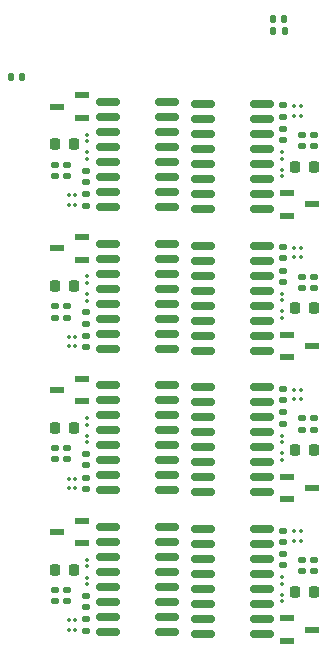
<source format=gbr>
%TF.GenerationSoftware,KiCad,Pcbnew,7.0.2-6a45011f42~172~ubuntu22.04.1*%
%TF.CreationDate,2023-05-07T19:32:11+01:00*%
%TF.ProjectId,octoHX711,6f63746f-4858-4373-9131-2e6b69636164,rev?*%
%TF.SameCoordinates,Original*%
%TF.FileFunction,Paste,Top*%
%TF.FilePolarity,Positive*%
%FSLAX46Y46*%
G04 Gerber Fmt 4.6, Leading zero omitted, Abs format (unit mm)*
G04 Created by KiCad (PCBNEW 7.0.2-6a45011f42~172~ubuntu22.04.1) date 2023-05-07 19:32:11*
%MOMM*%
%LPD*%
G01*
G04 APERTURE LIST*
G04 Aperture macros list*
%AMRoundRect*
0 Rectangle with rounded corners*
0 $1 Rounding radius*
0 $2 $3 $4 $5 $6 $7 $8 $9 X,Y pos of 4 corners*
0 Add a 4 corners polygon primitive as box body*
4,1,4,$2,$3,$4,$5,$6,$7,$8,$9,$2,$3,0*
0 Add four circle primitives for the rounded corners*
1,1,$1+$1,$2,$3*
1,1,$1+$1,$4,$5*
1,1,$1+$1,$6,$7*
1,1,$1+$1,$8,$9*
0 Add four rect primitives between the rounded corners*
20,1,$1+$1,$2,$3,$4,$5,0*
20,1,$1+$1,$4,$5,$6,$7,0*
20,1,$1+$1,$6,$7,$8,$9,0*
20,1,$1+$1,$8,$9,$2,$3,0*%
G04 Aperture macros list end*
%ADD10RoundRect,0.067500X-0.067500X-0.067500X0.067500X-0.067500X0.067500X0.067500X-0.067500X0.067500X0*%
%ADD11RoundRect,0.067500X0.067500X-0.067500X0.067500X0.067500X-0.067500X0.067500X-0.067500X-0.067500X0*%
%ADD12R,1.300000X0.600000*%
%ADD13RoundRect,0.218750X0.218750X0.256250X-0.218750X0.256250X-0.218750X-0.256250X0.218750X-0.256250X0*%
%ADD14RoundRect,0.150000X0.850000X0.150000X-0.850000X0.150000X-0.850000X-0.150000X0.850000X-0.150000X0*%
%ADD15RoundRect,0.140000X-0.170000X0.140000X-0.170000X-0.140000X0.170000X-0.140000X0.170000X0.140000X0*%
%ADD16RoundRect,0.067500X-0.067500X0.067500X-0.067500X-0.067500X0.067500X-0.067500X0.067500X0.067500X0*%
%ADD17RoundRect,0.218750X-0.218750X-0.256250X0.218750X-0.256250X0.218750X0.256250X-0.218750X0.256250X0*%
%ADD18RoundRect,0.140000X0.170000X-0.140000X0.170000X0.140000X-0.170000X0.140000X-0.170000X-0.140000X0*%
%ADD19RoundRect,0.150000X-0.850000X-0.150000X0.850000X-0.150000X0.850000X0.150000X-0.850000X0.150000X0*%
%ADD20RoundRect,0.067500X0.067500X0.067500X-0.067500X0.067500X-0.067500X-0.067500X0.067500X-0.067500X0*%
%ADD21RoundRect,0.140000X-0.140000X-0.170000X0.140000X-0.170000X0.140000X0.170000X-0.140000X0.170000X0*%
G04 APERTURE END LIST*
D10*
%TO.C,R7*%
X131090000Y-94165000D03*
X131640000Y-94165000D03*
%TD*%
D11*
%TO.C,R17*%
X149165000Y-115765000D03*
X149165000Y-115215000D03*
%TD*%
%TO.C,R30*%
X149165000Y-78265001D03*
X149165000Y-77715001D03*
%TD*%
D12*
%TO.C,Q8*%
X149614999Y-81190000D03*
X149614999Y-83090000D03*
X151714999Y-82140000D03*
%TD*%
D13*
%TO.C,L5*%
X151852500Y-114940000D03*
X150277500Y-114940000D03*
%TD*%
D14*
%TO.C,U5*%
X147435000Y-118535000D03*
X147435000Y-117265000D03*
X147435000Y-115995000D03*
X147435000Y-114725000D03*
X147435000Y-113455000D03*
X147435000Y-112185000D03*
X147435000Y-110915000D03*
X147435000Y-109645000D03*
X142435000Y-109645000D03*
X142435000Y-110915000D03*
X142435000Y-112185000D03*
X142435000Y-113455000D03*
X142435000Y-114725000D03*
X142435000Y-115995000D03*
X142435000Y-117265000D03*
X142435000Y-118535000D03*
%TD*%
D15*
%TO.C,C14*%
X129965000Y-114785000D03*
X129965000Y-115745000D03*
%TD*%
D12*
%TO.C,Q1*%
X132215000Y-74815000D03*
X132215000Y-72915000D03*
X130115000Y-73865000D03*
%TD*%
D11*
%TO.C,R22*%
X149165000Y-102265001D03*
X149165000Y-101715001D03*
%TD*%
D16*
%TO.C,R1*%
X132665000Y-76240000D03*
X132665000Y-76790000D03*
%TD*%
D17*
%TO.C,L2*%
X129977500Y-89065000D03*
X131552500Y-89065000D03*
%TD*%
D12*
%TO.C,Q7*%
X149614999Y-93190000D03*
X149614999Y-95090000D03*
X151714999Y-94140000D03*
%TD*%
D18*
%TO.C,C8*%
X132565000Y-92245000D03*
X132565000Y-91285000D03*
%TD*%
D15*
%TO.C,C2*%
X129965000Y-78785000D03*
X129965000Y-79745000D03*
%TD*%
D14*
%TO.C,U7*%
X147435000Y-94535000D03*
X147435000Y-93265000D03*
X147435000Y-91995000D03*
X147435000Y-90725000D03*
X147435000Y-89455000D03*
X147435000Y-88185000D03*
X147435000Y-86915000D03*
X147435000Y-85645000D03*
X142435000Y-85645000D03*
X142435000Y-86915000D03*
X142435000Y-88185000D03*
X142435000Y-89455000D03*
X142435000Y-90725000D03*
X142435000Y-91995000D03*
X142435000Y-93265000D03*
X142435000Y-94535000D03*
%TD*%
D16*
%TO.C,R9*%
X132665000Y-100240000D03*
X132665000Y-100790000D03*
%TD*%
D18*
%TO.C,C12*%
X132565000Y-104245000D03*
X132565000Y-103285000D03*
%TD*%
%TO.C,C15*%
X132565000Y-118245000D03*
X132565000Y-117285000D03*
%TD*%
D16*
%TO.C,R13*%
X132665000Y-112240000D03*
X132665000Y-112790000D03*
%TD*%
D10*
%TO.C,R12*%
X131090000Y-105365000D03*
X131640000Y-105365000D03*
%TD*%
D15*
%TO.C,C31*%
X149265000Y-73760001D03*
X149265000Y-74720001D03*
%TD*%
%TO.C,C5*%
X130965000Y-90785000D03*
X130965000Y-91745000D03*
%TD*%
D16*
%TO.C,R14*%
X132665000Y-113740000D03*
X132665000Y-114290000D03*
%TD*%
D11*
%TO.C,R25*%
X149165000Y-91765000D03*
X149165000Y-91215000D03*
%TD*%
D18*
%TO.C,C11*%
X132565000Y-106245000D03*
X132565000Y-105285000D03*
%TD*%
D10*
%TO.C,R11*%
X131090000Y-106165000D03*
X131640000Y-106165000D03*
%TD*%
D19*
%TO.C,U3*%
X134395000Y-97470000D03*
X134395000Y-98740000D03*
X134395000Y-100010000D03*
X134395000Y-101280000D03*
X134395000Y-102550000D03*
X134395000Y-103820000D03*
X134395000Y-105090000D03*
X134395000Y-106360000D03*
X139395000Y-106360000D03*
X139395000Y-105090000D03*
X139395000Y-103820000D03*
X139395000Y-102550000D03*
X139395000Y-101280000D03*
X139395000Y-100010000D03*
X139395000Y-98740000D03*
X139395000Y-97470000D03*
%TD*%
%TO.C,U4*%
X134395000Y-109470000D03*
X134395000Y-110740000D03*
X134395000Y-112010000D03*
X134395000Y-113280000D03*
X134395000Y-114550000D03*
X134395000Y-115820000D03*
X134395000Y-117090000D03*
X134395000Y-118360000D03*
X139395000Y-118360000D03*
X139395000Y-117090000D03*
X139395000Y-115820000D03*
X139395000Y-114550000D03*
X139395000Y-113280000D03*
X139395000Y-112010000D03*
X139395000Y-110740000D03*
X139395000Y-109470000D03*
%TD*%
D20*
%TO.C,R24*%
X150740000Y-98640001D03*
X150190000Y-98640001D03*
%TD*%
D18*
%TO.C,C18*%
X151865000Y-113220001D03*
X151865000Y-112260001D03*
%TD*%
D15*
%TO.C,C32*%
X149265000Y-75760001D03*
X149265000Y-76720001D03*
%TD*%
D18*
%TO.C,C25*%
X150865000Y-89220001D03*
X150865000Y-88260001D03*
%TD*%
D16*
%TO.C,R5*%
X132665000Y-88240000D03*
X132665000Y-88790000D03*
%TD*%
D18*
%TO.C,C29*%
X150865000Y-77220001D03*
X150865000Y-76260001D03*
%TD*%
%TO.C,C4*%
X132565000Y-80245000D03*
X132565000Y-79285000D03*
%TD*%
D13*
%TO.C,L7*%
X151852500Y-90940000D03*
X150277500Y-90940000D03*
%TD*%
D18*
%TO.C,C21*%
X150865000Y-101220001D03*
X150865000Y-100260001D03*
%TD*%
D15*
%TO.C,C6*%
X129965000Y-90785000D03*
X129965000Y-91745000D03*
%TD*%
D12*
%TO.C,Q2*%
X132215000Y-86815000D03*
X132215000Y-84915000D03*
X130115000Y-85865000D03*
%TD*%
D20*
%TO.C,R32*%
X150740000Y-74640001D03*
X150190000Y-74640001D03*
%TD*%
D11*
%TO.C,R29*%
X149165000Y-79765000D03*
X149165000Y-79215000D03*
%TD*%
D10*
%TO.C,R3*%
X131090000Y-82165000D03*
X131640000Y-82165000D03*
%TD*%
D19*
%TO.C,U2*%
X134395000Y-85470000D03*
X134395000Y-86740000D03*
X134395000Y-88010000D03*
X134395000Y-89280000D03*
X134395000Y-90550000D03*
X134395000Y-91820000D03*
X134395000Y-93090000D03*
X134395000Y-94360000D03*
X139395000Y-94360000D03*
X139395000Y-93090000D03*
X139395000Y-91820000D03*
X139395000Y-90550000D03*
X139395000Y-89280000D03*
X139395000Y-88010000D03*
X139395000Y-86740000D03*
X139395000Y-85470000D03*
%TD*%
D16*
%TO.C,R6*%
X132665000Y-89740000D03*
X132665000Y-90290000D03*
%TD*%
D14*
%TO.C,U8*%
X147435000Y-82535000D03*
X147435000Y-81265000D03*
X147435000Y-79995000D03*
X147435000Y-78725000D03*
X147435000Y-77455000D03*
X147435000Y-76185000D03*
X147435000Y-74915000D03*
X147435000Y-73645000D03*
X142435000Y-73645000D03*
X142435000Y-74915000D03*
X142435000Y-76185000D03*
X142435000Y-77455000D03*
X142435000Y-78725000D03*
X142435000Y-79995000D03*
X142435000Y-81265000D03*
X142435000Y-82535000D03*
%TD*%
D15*
%TO.C,C27*%
X149265000Y-85760001D03*
X149265000Y-86720001D03*
%TD*%
D14*
%TO.C,U6*%
X147435000Y-106535000D03*
X147435000Y-105265000D03*
X147435000Y-103995000D03*
X147435000Y-102725000D03*
X147435000Y-101455000D03*
X147435000Y-100185000D03*
X147435000Y-98915000D03*
X147435000Y-97645000D03*
X142435000Y-97645000D03*
X142435000Y-98915000D03*
X142435000Y-100185000D03*
X142435000Y-101455000D03*
X142435000Y-102725000D03*
X142435000Y-103995000D03*
X142435000Y-105265000D03*
X142435000Y-106535000D03*
%TD*%
D11*
%TO.C,R21*%
X149165000Y-103765000D03*
X149165000Y-103215000D03*
%TD*%
D21*
%TO.C,C34*%
X148395000Y-66455000D03*
X149355000Y-66455000D03*
%TD*%
D16*
%TO.C,R10*%
X132665000Y-101740000D03*
X132665000Y-102290000D03*
%TD*%
D18*
%TO.C,C17*%
X150865000Y-113220001D03*
X150865000Y-112260001D03*
%TD*%
D20*
%TO.C,R19*%
X150740000Y-109840001D03*
X150190000Y-109840001D03*
%TD*%
D12*
%TO.C,Q4*%
X132215000Y-110815000D03*
X132215000Y-108915000D03*
X130115000Y-109865000D03*
%TD*%
D20*
%TO.C,R20*%
X150740000Y-110640001D03*
X150190000Y-110640001D03*
%TD*%
D13*
%TO.C,L8*%
X151852500Y-78940000D03*
X150277500Y-78940000D03*
%TD*%
D20*
%TO.C,R28*%
X150740000Y-86640001D03*
X150190000Y-86640001D03*
%TD*%
%TO.C,R23*%
X150740000Y-97840001D03*
X150190000Y-97840001D03*
%TD*%
D18*
%TO.C,C16*%
X132565000Y-116245000D03*
X132565000Y-115285000D03*
%TD*%
D12*
%TO.C,Q5*%
X149614999Y-117190000D03*
X149614999Y-119090000D03*
X151714999Y-118140000D03*
%TD*%
D18*
%TO.C,C30*%
X151865000Y-77220001D03*
X151865000Y-76260001D03*
%TD*%
D13*
%TO.C,L6*%
X151852500Y-102940000D03*
X150277500Y-102940000D03*
%TD*%
D15*
%TO.C,C23*%
X149265000Y-97760001D03*
X149265000Y-98720001D03*
%TD*%
%TO.C,C28*%
X149265000Y-87760001D03*
X149265000Y-88720001D03*
%TD*%
D18*
%TO.C,C26*%
X151865000Y-89220001D03*
X151865000Y-88260001D03*
%TD*%
D17*
%TO.C,L4*%
X129977500Y-113065000D03*
X131552500Y-113065000D03*
%TD*%
D15*
%TO.C,C20*%
X149265000Y-111760001D03*
X149265000Y-112720001D03*
%TD*%
D21*
%TO.C,C35*%
X148435000Y-67455000D03*
X149395000Y-67455000D03*
%TD*%
D20*
%TO.C,R31*%
X150740000Y-73840001D03*
X150190000Y-73840001D03*
%TD*%
D15*
%TO.C,C24*%
X149265000Y-99760001D03*
X149265000Y-100720001D03*
%TD*%
D10*
%TO.C,R15*%
X131090000Y-118165000D03*
X131640000Y-118165000D03*
%TD*%
D18*
%TO.C,C7*%
X132565000Y-94245000D03*
X132565000Y-93285000D03*
%TD*%
D21*
%TO.C,C33*%
X126220000Y-71400000D03*
X127180000Y-71400000D03*
%TD*%
D10*
%TO.C,R8*%
X131090000Y-93365000D03*
X131640000Y-93365000D03*
%TD*%
%TO.C,R4*%
X131090000Y-81365000D03*
X131640000Y-81365000D03*
%TD*%
D15*
%TO.C,C10*%
X129965000Y-102785000D03*
X129965000Y-103745000D03*
%TD*%
D12*
%TO.C,Q3*%
X132215000Y-98815000D03*
X132215000Y-96915000D03*
X130115000Y-97865000D03*
%TD*%
D20*
%TO.C,R27*%
X150740000Y-85840001D03*
X150190000Y-85840001D03*
%TD*%
D15*
%TO.C,C19*%
X149265000Y-109760001D03*
X149265000Y-110720001D03*
%TD*%
D11*
%TO.C,R18*%
X149165000Y-114265001D03*
X149165000Y-113715001D03*
%TD*%
D17*
%TO.C,L3*%
X129977500Y-101065000D03*
X131552500Y-101065000D03*
%TD*%
D10*
%TO.C,R16*%
X131090000Y-117365000D03*
X131640000Y-117365000D03*
%TD*%
D11*
%TO.C,R26*%
X149165000Y-90265001D03*
X149165000Y-89715001D03*
%TD*%
D17*
%TO.C,L1*%
X129977500Y-77065000D03*
X131552500Y-77065000D03*
%TD*%
D15*
%TO.C,C1*%
X130965000Y-78785000D03*
X130965000Y-79745000D03*
%TD*%
D18*
%TO.C,C22*%
X151865000Y-101220001D03*
X151865000Y-100260001D03*
%TD*%
D16*
%TO.C,R2*%
X132665000Y-77740000D03*
X132665000Y-78290000D03*
%TD*%
D15*
%TO.C,C13*%
X130965000Y-114785000D03*
X130965000Y-115745000D03*
%TD*%
D12*
%TO.C,Q6*%
X149614999Y-105190000D03*
X149614999Y-107090000D03*
X151714999Y-106140000D03*
%TD*%
D15*
%TO.C,C9*%
X130965000Y-102785000D03*
X130965000Y-103745000D03*
%TD*%
D19*
%TO.C,U1*%
X134395000Y-73470000D03*
X134395000Y-74740000D03*
X134395000Y-76010000D03*
X134395000Y-77280000D03*
X134395000Y-78550000D03*
X134395000Y-79820000D03*
X134395000Y-81090000D03*
X134395000Y-82360000D03*
X139395000Y-82360000D03*
X139395000Y-81090000D03*
X139395000Y-79820000D03*
X139395000Y-78550000D03*
X139395000Y-77280000D03*
X139395000Y-76010000D03*
X139395000Y-74740000D03*
X139395000Y-73470000D03*
%TD*%
D18*
%TO.C,C3*%
X132565000Y-82245000D03*
X132565000Y-81285000D03*
%TD*%
M02*

</source>
